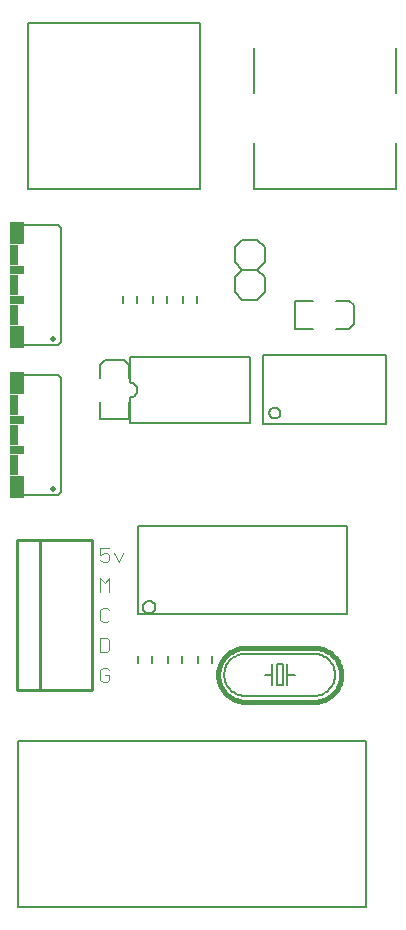
<source format=gto>
G75*
G70*
%OFA0B0*%
%FSLAX24Y24*%
%IPPOS*%
%LPD*%
%AMOC8*
5,1,8,0,0,1.08239X$1,22.5*
%
%ADD10C,0.0040*%
%ADD11C,0.0060*%
%ADD12C,0.0160*%
%ADD13C,0.0080*%
%ADD14C,0.0100*%
%ADD15C,0.0200*%
%ADD16R,0.0500X0.0750*%
%ADD17R,0.0300X0.0700*%
%ADD18R,0.0500X0.0300*%
D10*
X024621Y014947D02*
X024621Y015254D01*
X024697Y015331D01*
X024851Y015331D01*
X024928Y015254D01*
X024928Y015101D02*
X024774Y015101D01*
X024928Y015101D02*
X024928Y014947D01*
X024851Y014871D01*
X024697Y014871D01*
X024621Y014947D01*
X024621Y015871D02*
X024851Y015871D01*
X024928Y015947D01*
X024928Y016254D01*
X024851Y016331D01*
X024621Y016331D01*
X024621Y015871D01*
X024697Y016871D02*
X024621Y016947D01*
X024621Y017254D01*
X024697Y017331D01*
X024851Y017331D01*
X024928Y017254D01*
X024928Y016947D02*
X024851Y016871D01*
X024697Y016871D01*
X024621Y017871D02*
X024621Y018331D01*
X024774Y018178D01*
X024928Y018331D01*
X024928Y017871D01*
X024851Y018871D02*
X024697Y018871D01*
X024621Y018947D01*
X024621Y019101D02*
X024774Y019178D01*
X024851Y019178D01*
X024928Y019101D01*
X024928Y018947D01*
X024851Y018871D01*
X024621Y019101D02*
X024621Y019331D01*
X024928Y019331D01*
X025081Y019178D02*
X025235Y018871D01*
X025388Y019178D01*
D11*
X025881Y020063D02*
X025881Y017139D01*
X032831Y017139D01*
X032831Y020063D01*
X025881Y020063D01*
X023301Y021201D02*
X023201Y021101D01*
X022051Y021101D01*
X023301Y021201D02*
X023301Y025001D01*
X023201Y025101D01*
X022051Y025101D01*
X022051Y026101D02*
X023201Y026101D01*
X023301Y026201D01*
X023301Y030001D01*
X023201Y030101D01*
X022051Y030101D01*
X025365Y027719D02*
X025365Y027483D01*
X025837Y027483D02*
X025837Y027719D01*
X026365Y027719D02*
X026365Y027483D01*
X026837Y027483D02*
X026837Y027719D01*
X027365Y027719D02*
X027365Y027483D01*
X027837Y027483D02*
X027837Y027719D01*
X029101Y027851D02*
X029351Y027601D01*
X029851Y027601D01*
X030101Y027851D01*
X030101Y028351D01*
X029851Y028601D01*
X030101Y028851D01*
X030101Y029351D01*
X029851Y029601D01*
X029351Y029601D01*
X029101Y029351D01*
X029101Y028851D01*
X029351Y028601D01*
X029851Y028601D01*
X029351Y028601D02*
X029101Y028351D01*
X029101Y027851D01*
X030054Y025752D02*
X030054Y023449D01*
X034148Y023449D01*
X034148Y025752D01*
X030054Y025752D01*
X029601Y025701D02*
X025601Y025701D01*
X025601Y024851D01*
X025631Y024849D01*
X025661Y024844D01*
X025690Y024835D01*
X025717Y024822D01*
X025743Y024807D01*
X025767Y024788D01*
X025788Y024767D01*
X025807Y024743D01*
X025822Y024717D01*
X025835Y024690D01*
X025844Y024661D01*
X025849Y024631D01*
X025851Y024601D01*
X025849Y024571D01*
X025844Y024541D01*
X025835Y024512D01*
X025822Y024485D01*
X025807Y024459D01*
X025788Y024435D01*
X025767Y024414D01*
X025743Y024395D01*
X025717Y024380D01*
X025690Y024367D01*
X025661Y024358D01*
X025631Y024353D01*
X025601Y024351D01*
X025601Y023501D01*
X029601Y023501D01*
X029601Y025701D01*
X030256Y023833D02*
X030258Y023859D01*
X030264Y023885D01*
X030273Y023910D01*
X030286Y023933D01*
X030302Y023954D01*
X030321Y023972D01*
X030343Y023988D01*
X030366Y024000D01*
X030391Y024008D01*
X030417Y024013D01*
X030444Y024014D01*
X030470Y024011D01*
X030495Y024004D01*
X030520Y023994D01*
X030542Y023980D01*
X030563Y023963D01*
X030580Y023944D01*
X030595Y023922D01*
X030606Y023898D01*
X030614Y023872D01*
X030618Y023846D01*
X030618Y023820D01*
X030614Y023794D01*
X030606Y023768D01*
X030595Y023744D01*
X030580Y023722D01*
X030563Y023703D01*
X030542Y023686D01*
X030520Y023672D01*
X030495Y023662D01*
X030470Y023655D01*
X030444Y023652D01*
X030417Y023653D01*
X030391Y023658D01*
X030366Y023666D01*
X030343Y023678D01*
X030321Y023694D01*
X030302Y023712D01*
X030286Y023733D01*
X030273Y023756D01*
X030264Y023781D01*
X030258Y023807D01*
X030256Y023833D01*
X026041Y017361D02*
X026043Y017390D01*
X026049Y017418D01*
X026058Y017445D01*
X026072Y017470D01*
X026088Y017494D01*
X026108Y017514D01*
X026130Y017533D01*
X026154Y017547D01*
X026181Y017559D01*
X026208Y017567D01*
X026237Y017571D01*
X026265Y017571D01*
X026294Y017567D01*
X026321Y017559D01*
X026348Y017547D01*
X026372Y017533D01*
X026394Y017514D01*
X026414Y017494D01*
X026430Y017470D01*
X026444Y017445D01*
X026453Y017418D01*
X026459Y017390D01*
X026461Y017361D01*
X026459Y017332D01*
X026453Y017304D01*
X026444Y017277D01*
X026430Y017252D01*
X026414Y017228D01*
X026394Y017208D01*
X026372Y017189D01*
X026348Y017175D01*
X026321Y017163D01*
X026294Y017155D01*
X026265Y017151D01*
X026237Y017151D01*
X026208Y017155D01*
X026181Y017163D01*
X026154Y017175D01*
X026130Y017189D01*
X026108Y017208D01*
X026088Y017228D01*
X026072Y017252D01*
X026058Y017277D01*
X026049Y017304D01*
X026043Y017332D01*
X026041Y017361D01*
X025865Y015719D02*
X025865Y015483D01*
X026337Y015483D02*
X026337Y015719D01*
X026865Y015719D02*
X026865Y015483D01*
X027337Y015483D02*
X027337Y015719D01*
X027865Y015719D02*
X027865Y015483D01*
X028337Y015483D02*
X028337Y015719D01*
X029451Y015801D02*
X031751Y015801D01*
X031802Y015799D01*
X031853Y015794D01*
X031903Y015784D01*
X031953Y015771D01*
X032001Y015755D01*
X032048Y015735D01*
X032094Y015711D01*
X032137Y015685D01*
X032179Y015655D01*
X032218Y015622D01*
X032255Y015587D01*
X032289Y015549D01*
X032320Y015508D01*
X032349Y015466D01*
X032374Y015421D01*
X032395Y015375D01*
X032414Y015327D01*
X032428Y015278D01*
X032439Y015228D01*
X032447Y015178D01*
X032451Y015127D01*
X032451Y015075D01*
X032447Y015024D01*
X032439Y014974D01*
X032428Y014924D01*
X032414Y014875D01*
X032395Y014827D01*
X032374Y014781D01*
X032349Y014736D01*
X032320Y014694D01*
X032289Y014653D01*
X032255Y014615D01*
X032218Y014580D01*
X032179Y014547D01*
X032137Y014517D01*
X032094Y014491D01*
X032048Y014467D01*
X032001Y014447D01*
X031953Y014431D01*
X031903Y014418D01*
X031853Y014408D01*
X031802Y014403D01*
X031751Y014401D01*
X029451Y014401D01*
X029400Y014403D01*
X029349Y014408D01*
X029299Y014418D01*
X029249Y014431D01*
X029201Y014447D01*
X029154Y014467D01*
X029108Y014491D01*
X029065Y014517D01*
X029023Y014547D01*
X028984Y014580D01*
X028947Y014615D01*
X028913Y014653D01*
X028882Y014694D01*
X028853Y014736D01*
X028828Y014781D01*
X028807Y014827D01*
X028788Y014875D01*
X028774Y014924D01*
X028763Y014974D01*
X028755Y015024D01*
X028751Y015075D01*
X028751Y015127D01*
X028755Y015178D01*
X028763Y015228D01*
X028774Y015278D01*
X028788Y015327D01*
X028807Y015375D01*
X028828Y015421D01*
X028853Y015466D01*
X028882Y015508D01*
X028913Y015549D01*
X028947Y015587D01*
X028984Y015622D01*
X029023Y015655D01*
X029065Y015685D01*
X029108Y015711D01*
X029154Y015735D01*
X029201Y015755D01*
X029249Y015771D01*
X029299Y015784D01*
X029349Y015794D01*
X029400Y015799D01*
X029451Y015801D01*
X030101Y015101D02*
X030351Y015101D01*
X030351Y015451D01*
X030501Y015451D02*
X030701Y015451D01*
X030701Y014751D01*
X030501Y014751D01*
X030501Y015451D01*
X030851Y015451D02*
X030851Y015101D01*
X031101Y015101D01*
X030851Y015101D02*
X030851Y014751D01*
X030351Y014751D02*
X030351Y015101D01*
D12*
X029451Y016001D02*
X029392Y015999D01*
X029334Y015993D01*
X029275Y015984D01*
X029218Y015970D01*
X029162Y015953D01*
X029107Y015932D01*
X029053Y015908D01*
X029001Y015880D01*
X028951Y015849D01*
X028903Y015815D01*
X028858Y015778D01*
X028815Y015737D01*
X028774Y015694D01*
X028737Y015649D01*
X028703Y015601D01*
X028672Y015551D01*
X028644Y015499D01*
X028620Y015445D01*
X028599Y015390D01*
X028582Y015334D01*
X028568Y015277D01*
X028559Y015218D01*
X028553Y015160D01*
X028551Y015101D01*
X028553Y015042D01*
X028559Y014984D01*
X028568Y014925D01*
X028582Y014868D01*
X028599Y014812D01*
X028620Y014757D01*
X028644Y014703D01*
X028672Y014651D01*
X028703Y014601D01*
X028737Y014553D01*
X028774Y014508D01*
X028815Y014465D01*
X028858Y014424D01*
X028903Y014387D01*
X028951Y014353D01*
X029001Y014322D01*
X029053Y014294D01*
X029107Y014270D01*
X029162Y014249D01*
X029218Y014232D01*
X029275Y014218D01*
X029334Y014209D01*
X029392Y014203D01*
X029451Y014201D01*
X031751Y014201D01*
X031810Y014203D01*
X031868Y014209D01*
X031927Y014218D01*
X031984Y014232D01*
X032040Y014249D01*
X032095Y014270D01*
X032149Y014294D01*
X032201Y014322D01*
X032251Y014353D01*
X032299Y014387D01*
X032344Y014424D01*
X032387Y014465D01*
X032428Y014508D01*
X032465Y014553D01*
X032499Y014601D01*
X032530Y014651D01*
X032558Y014703D01*
X032582Y014757D01*
X032603Y014812D01*
X032620Y014868D01*
X032634Y014925D01*
X032643Y014984D01*
X032649Y015042D01*
X032651Y015101D01*
X032649Y015160D01*
X032643Y015218D01*
X032634Y015277D01*
X032620Y015334D01*
X032603Y015390D01*
X032582Y015445D01*
X032558Y015499D01*
X032530Y015551D01*
X032499Y015601D01*
X032465Y015649D01*
X032428Y015694D01*
X032387Y015737D01*
X032344Y015778D01*
X032299Y015815D01*
X032251Y015849D01*
X032201Y015880D01*
X032149Y015908D01*
X032095Y015932D01*
X032040Y015953D01*
X031984Y015970D01*
X031927Y015984D01*
X031868Y015993D01*
X031810Y015999D01*
X031751Y016001D01*
X029451Y016001D01*
D13*
X033479Y007376D02*
X021865Y007376D01*
X021865Y012888D01*
X033479Y012888D01*
X033479Y007376D01*
X025573Y023617D02*
X024628Y023617D01*
X024628Y024207D01*
X024628Y024994D02*
X024628Y025428D01*
X024786Y025585D01*
X025416Y025585D01*
X025573Y025428D01*
X025573Y024994D01*
X025573Y024207D02*
X025573Y023617D01*
X031117Y026628D02*
X031117Y027573D01*
X031707Y027573D01*
X032494Y027573D02*
X032928Y027573D01*
X033085Y027416D01*
X033085Y026786D01*
X032928Y026628D01*
X032494Y026628D01*
X031707Y026628D02*
X031117Y026628D01*
X029739Y031302D02*
X034463Y031302D01*
X034463Y032837D01*
X034463Y034491D02*
X034463Y035987D01*
X029739Y035987D02*
X029739Y034491D01*
X029739Y032837D02*
X029739Y031302D01*
X027931Y031313D02*
X022223Y031313D01*
X022223Y036825D01*
X027931Y036825D01*
X027931Y031313D01*
D14*
X024351Y019601D02*
X022601Y019601D01*
X022601Y014601D01*
X021851Y014601D01*
X021851Y019601D01*
X022601Y019601D01*
X024351Y019601D02*
X024351Y014601D01*
X022601Y014601D01*
D15*
X023061Y021281D03*
X023061Y026281D03*
D16*
X021851Y026376D03*
X021851Y024826D03*
X021851Y021376D03*
X021851Y029826D03*
D17*
X021751Y029101D03*
X021751Y028101D03*
X021751Y027101D03*
X021751Y024101D03*
X021751Y023101D03*
X021751Y022101D03*
D18*
X021851Y022601D03*
X021851Y023601D03*
X021851Y027601D03*
X021851Y028601D03*
M02*

</source>
